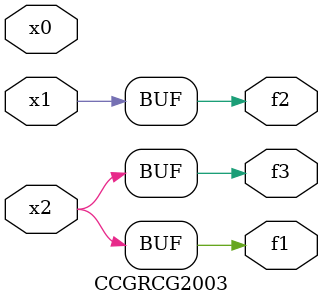
<source format=v>
module CCGRCG2003(
	input x0, x1, x2,
	output f1, f2, f3
);
	assign f1 = x2;
	assign f2 = x1;
	assign f3 = x2;
endmodule

</source>
